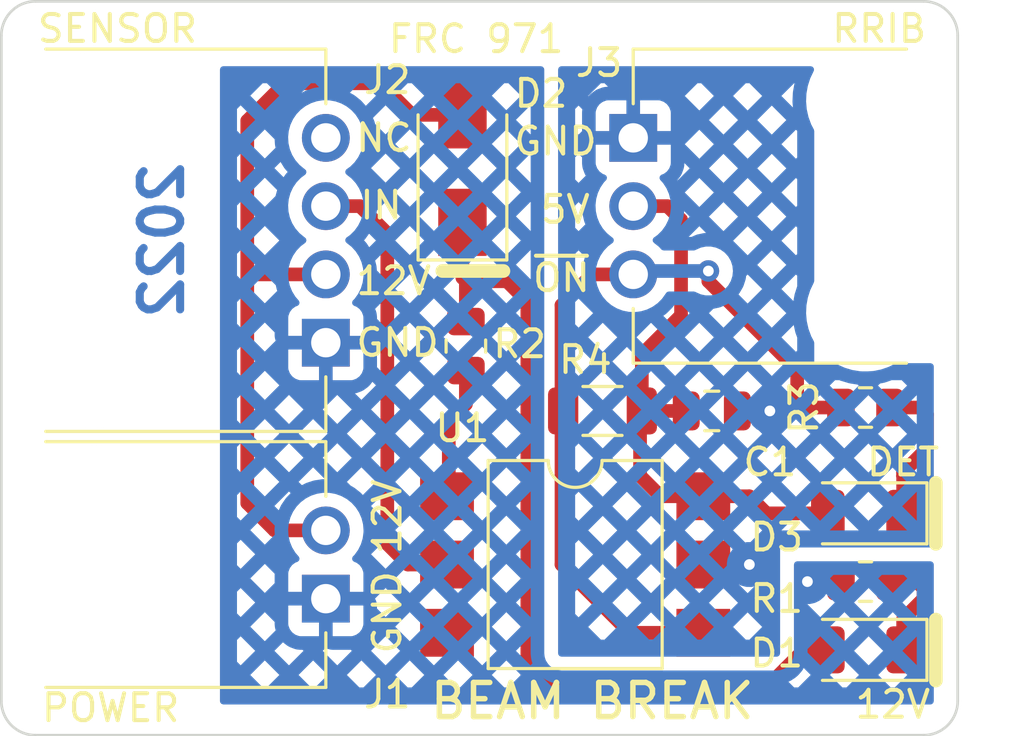
<source format=kicad_pcb>
(kicad_pcb (version 20211014) (generator pcbnew)
  (layers (0 "F.Cu" signal) (31 "B.Cu" signal) (34 "B.Paste" user) (35 "F.Paste" user) (36 "B.SilkS" user "B.Silkscreen") (37 "F.SilkS" user "F.Silkscreen") (38 "B.Mask" user) (39 "F.Mask" user) (44 "Edge.Cuts" user))
  (net 0 "")
  (net 1 "/5V0")
  (net 2 "GNDS")
  (net 3 "Net-(D1-Pad1)")
  (net 4 "/12V")
  (net 5 "/IN")
  (net 6 "Net-(R2-Pad1)")
  (net 7 "Net-(R2-Pad2)")
  (net 8 "Net-(D3-Pad1)")
  (net 9 "GND")
  (net 11 "/~{ON}")
  (footprint "beambreak:Molex-705550002" (layer "F.Cu") (at 131.064 90.805 90)
    (fp_text reference "J3" (at 7.874 -1.27 unlocked) (layer "F.SilkS"))
    (fp_text value "RRIB" (at 9.144 9.144 unlocked) (layer "F.SilkS"))
    (fp_line (start -3.302 0) (end -1.27 0) (layer "F.SilkS") (width 0.12))
    (fp_line (start 8.382 0) (end 6.35 0) (layer "F.SilkS") (width 0.12))
    (fp_line (start 8.382 0) (end 8.382 10.16) (layer "F.SilkS") (width 0.12))
    (fp_line (start -3.302 0) (end -3.302 10.16) (layer "F.SilkS") (width 0.12))
    (pad "" np_thru_hole circle (at 6.48 8.64 90) (size 3.4 3.4) (drill 3.4) (layers F&B.Cu *.Mask))
    (pad "" np_thru_hole circle (at -1.4 8.64 90) (size 3.4 3.4) (drill 3.4) (layers F&B.Cu *.Mask))
    (pad "1" thru_hole rect (at 5.08 0 90) (size 1.778 1.778) (drill 1.0922) (layers *.Cu *.Mask) (net 2 "GNDS"))
    (pad "2" thru_hole circle (at 2.54 0 90) (size 1.778 1.778) (drill 1.0922) (layers *.Cu *.Mask) (net 1 "/5V0"))
    (pad "3" thru_hole circle (at 0 0 90) (size 1.778 1.778) (drill 1.0922) (layers *.Cu *.Mask) (net 11 "/~{ON}"))
  )
  (footprint "LED_SMD:LED_1206_3216Metric" (layer "F.Cu") (at 139.7 99.695 180)
    (fp_text reference "D3" (at 3.302 -0.889) (layer "F.SilkS"))
    (fp_text value "DET" (at -1.397 1.905) (layer "F.SilkS"))
    (fp_line (start -2.285 1.135) (end 1.6 1.135) (layer "F.SilkS") (width 0.12))
    (fp_line (start -2.285 -1.135) (end -2.285 1.135) (layer "F.SilkS") (width 0.12))
    (fp_line (start 1.6 -1.135) (end -2.285 -1.135) (layer "F.SilkS") (width 0.12))
    (pad "1" smd roundrect (at -1.4 0 180) (size 1.25 1.75) (layers "F.Cu" "F.Paste" "F.Mask") (roundrect_rratio 0.2) (net 8 "Net-(D3-Pad1)"))
    (pad "2" smd roundrect (at 1.4 0 180) (size 1.25 1.75) (layers "F.Cu" "F.Paste" "F.Mask") (roundrect_rratio 0.2) (net 1 "/5V0"))
  )
  (footprint "Resistor_SMD:R_1206_3216Metric" (layer "F.Cu") (at 129.921 95.885)
    (fp_text reference "R4" (at -0.635 -1.905) (layer "F.SilkS"))
    (fp_text value "390R-1%-1206")
    (fp_line (start -0.727064 -0.91) (end 0.727064 -0.91) (layer "F.SilkS") (width 0.12))
    (fp_line (start -0.727064 0.91) (end 0.727064 0.91) (layer "F.SilkS") (width 0.12))
    (pad "1" smd roundrect (at -1.4625 0) (size 1.125 1.75) (layers "F.Cu" "F.Paste" "F.Mask") (roundrect_rratio 0.222222) (net 11 "/~{ON}"))
    (pad "2" smd roundrect (at 1.4625 0) (size 1.125 1.75) (layers "F.Cu" "F.Paste" "F.Mask") (roundrect_rratio 0.222222) (net 1 "/5V0"))
  )
  (footprint "LED_SMD:LED_1206_3216Metric" (layer "F.Cu") (at 139.7 104.775 180)
    (fp_text reference "D1" (at 3.302 -0.127) (layer "F.SilkS"))
    (fp_text value "12V" (at -1.016 -2.032) (layer "F.SilkS"))
    (fp_line (start 1.6 -1.135) (end -2.285 -1.135) (layer "F.SilkS") (width 0.12))
    (fp_line (start -2.285 -1.135) (end -2.285 1.135) (layer "F.SilkS") (width 0.12))
    (fp_line (start -2.285 1.135) (end 1.6 1.135) (layer "F.SilkS") (width 0.12))
    (pad "1" smd roundrect (at -1.4 0 180) (size 1.25 1.75) (layers "F.Cu" "F.Paste" "F.Mask") (roundrect_rratio 0.2) (net 3 "Net-(D1-Pad1)"))
    (pad "2" smd roundrect (at 1.4 0 180) (size 1.25 1.75) (layers "F.Cu" "F.Paste" "F.Mask") (roundrect_rratio 0.2) (net 6 "Net-(R2-Pad1)"))
  )
  (footprint "Capacitor_SMD:C_0805_2012Metric" (layer "F.Cu") (at 133.985 95.885)
    (fp_text reference "C1" (at 2.159 1.905) (layer "F.SilkS"))
    (fp_text value "0.1uF-25V-0805")
    (fp_line (start -0.261252 -0.735) (end 0.261252 -0.735) (layer "F.SilkS") (width 0.12))
    (fp_line (start -0.261252 0.735) (end 0.261252 0.735) (layer "F.SilkS") (width 0.12))
    (pad "1" smd roundrect (at -0.95 0) (size 1 1.45) (layers "F.Cu" "F.Paste" "F.Mask") (net 1 "/5V0"))
    (pad "2" smd roundrect (at 0.95 0) (size 1 1.45) (layers "F.Cu" "F.Paste" "F.Mask") (net 2 "GNDS"))
  )
  (footprint "beambreak:Molex-705550003" (layer "F.Cu") (at 119.634 88.265 -90)
    (fp_text reference "J2" (at -4.699 -2.286 unlocked) (layer "F.SilkS"))
    (fp_text value "SENSOR" (at -6.604 7.747 unlocked) (layer "F.SilkS"))
    (fp_line (start -5.842 0) (end -5.842 10.414) (layer "F.SilkS") (width 0.12))
    (fp_line (start -5.842 0) (end -3.81 0) (layer "F.SilkS") (width 0.12))
    (fp_line (start 8.382 0) (end 6.35 0) (layer "F.SilkS") (width 0.12))
    (fp_line (start 8.382 0) (end 8.382 10.414) (layer "F.SilkS") (width 0.12))
    (pad "" np_thru_hole circle (at -3.94 8.64 270) (size 3.4 3.4) (drill 3.4) (layers F&B.Cu *.Mask))
    (pad "" np_thru_hole circle (at 6.48 8.64 270) (size 3.4 3.4) (drill 3.4) (layers F&B.Cu *.Mask))
    (pad "1" thru_hole rect (at 5.08 0 270) (size 1.778 1.778) (drill 1.0922) (layers *.Cu *.Mask) (net 9 "GND"))
    (pad "2" thru_hole circle (at 2.54 0 270) (size 1.778 1.778) (drill 1.0922) (layers *.Cu *.Mask) (net 4 "/12V"))
    (pad "3" thru_hole circle (at 0 0 270) (size 1.778 1.778) (drill 1.0922) (layers *.Cu *.Mask) (net 5 "/IN"))
    (pad "4" thru_hole circle (at -2.54 0 270) (size 1.778 1.778) (drill 1.0922) (layers *.Cu *.Mask))
  )
  (footprint "Resistor_SMD:R_0805_2012Metric" (layer "F.Cu") (at 139.7 102.235)
    (fp_text reference "R1" (at -3.302 0.635) (layer "F.SilkS"))
    (fp_text value "2.0k-1%-0805")
    (fp_line (start -0.227064 -0.735) (end 0.227064 -0.735) (layer "F.SilkS") (width 0.12))
    (fp_line (start -0.227064 0.735) (end 0.227064 0.735) (layer "F.SilkS") (width 0.12))
    (pad "1" smd roundrect (at -0.9125 0) (size 1.025 1.4) (layers "F.Cu" "F.Paste" "F.Mask") (roundrect_rratio 0.243902) (net 9 "GND"))
    (pad "2" smd roundrect (at 0.9125 0) (size 1.025 1.4) (layers "F.Cu" "F.Paste" "F.Mask") (roundrect_rratio 0.243902) (net 3 "Net-(D1-Pad1)"))
  )
  (footprint "beambreak:Molex-705550001" (layer "F.Cu") (at 119.634 100.33 -90)
    (fp_text reference "J1" (at 6.096 -2.286 unlocked) (layer "F.SilkS"))
    (fp_text value "POWER" (at 6.604 8.001 unlocked) (layer "F.SilkS"))
    (fp_line (start -3.302 0) (end -1.27 0) (layer "F.SilkS") (width 0.12))
    (fp_line (start 5.842 0) (end 3.81 0) (layer "F.SilkS") (width 0.12))
    (fp_line (start 5.842 10.414) (end 5.842 0) (layer "F.SilkS") (width 0.12))
    (fp_line (start -3.302 10.414) (end -3.302 0) (layer "F.SilkS") (width 0.12))
    (pad "" np_thru_hole circle (at -1.4 8.64 270) (size 3.4 3.4) (drill 3.4) (layers F&B.Cu *.Mask))
    (pad "" np_thru_hole circle (at 3.94 8.64 270) (size 3.4 3.4) (drill 3.4) (layers F&B.Cu *.Mask))
    (pad "1" thru_hole rect (at 2.54 0 270) (size 1.778 1.778) (drill 1.0922) (layers *.Cu *.Mask) (net 9 "GND"))
    (pad "2" thru_hole circle (at 0 0 270) (size 1.778 1.778) (drill 1.0922) (layers *.Cu *.Mask) (net 4 "/12V"))
  )
  (footprint "Resistor_SMD:R_0805_2012Metric" (layer "F.Cu") (at 124.841 93.472 -90)
    (fp_text reference "R2" (at -0.079835 -1.999529 180) (layer "F.SilkS"))
    (fp_text value "2.0k-1%-0805")
    (fp_line (start -0.227064 -0.735) (end 0.227064 -0.735) (layer "F.SilkS") (width 0.12))
    (fp_line (start -0.227064 0.735) (end 0.227064 0.735) (layer "F.SilkS") (width 0.12))
    (pad "1" smd roundrect (at -0.9125 0 270) (size 1.025 1.4) (layers "F.Cu" "F.Paste" "F.Mask") (roundrect_rratio 0.243902) (net 6 "Net-(R2-Pad1)"))
    (pad "2" smd roundrect (at 0.9125 0 270) (size 1.025 1.4) (layers "F.Cu" "F.Paste" "F.Mask") (roundrect_rratio 0.243902) (net 7 "Net-(R2-Pad2)"))
  )
  (footprint "Package_DIP:SMDIP-6_W9.53mm" (layer "F.Cu") (at 128.905 101.6)
    (fp_text reference "U1" (at -4.191 -5.08) (layer "F.SilkS"))
    (fp_text value "H11L1SM")
    (fp_line (start -3.235 -3.87) (end -3.235 3.87) (layer "F.SilkS") (width 0.12))
    (fp_line (start -3.235 3.87) (end 3.235 3.87) (layer "F.SilkS") (width 0.12))
    (fp_line (start 3.235 -3.87) (end 1 -3.87) (layer "F.SilkS") (width 0.12))
    (fp_line (start -1 -3.87) (end -3.235 -3.87) (layer "F.SilkS") (width 0.12))
    (fp_line (start 3.235 3.87) (end 3.235 -3.87) (layer "F.SilkS") (width 0.12))
    (fp_arc (start 1 -3.87) (mid 0 -2.87) (end -1 -3.87) (layer "F.SilkS") (width 0.12))
    (pad "1" smd rect (at -4.765 -2.54) (size 2 1.78) (layers "F.Cu" "F.Paste" "F.Mask") (net 7 "Net-(R2-Pad2)"))
    (pad "2" smd rect (at -4.765 0) (size 2 1.78) (layers "F.Cu" "F.Paste" "F.Mask") (net 5 "/IN"))
    (pad "3" smd rect (at -4.765 2.54) (size 2 1.78) (layers "F.Cu" "F.Paste" "F.Mask"))
    (pad "4" smd rect (at 4.765 2.54) (size 2 1.78) (layers "F.Cu" "F.Paste" "F.Mask") (net 11 "/~{ON}"))
    (pad "5" smd rect (at 4.765 0) (size 2 1.78) (layers "F.Cu" "F.Paste" "F.Mask") (net 2 "GNDS"))
    (pad "6" smd rect (at 4.765 -2.54) (size 2 1.78) (layers "F.Cu" "F.Paste" "F.Mask") (net 1 "/5V0"))
  )
  (footprint "Diode_SMD:D_SMA" (layer "F.Cu") (at 124.714 86.868 90)
    (fp_text reference "D2" (at 2.794 2.921 180) (layer "F.SilkS"))
    (fp_text value "S1D")
    (fp_line (start -3.4 1.65) (end 2 1.65) (layer "F.SilkS") (width 0.12))
    (fp_line (start -3.4 -1.65) (end -3.4 1.65) (layer "F.SilkS") (width 0.12))
    (fp_line (start -3.4 -1.65) (end 2 -1.65) (layer "F.SilkS") (width 0.12))
    (pad "1" smd rect (at -2 0 90) (size 2.5 1.8) (layers "F.Cu" "F.Paste" "F.Mask") (net 6 "Net-(R2-Pad1)"))
    (pad "2" smd rect (at 2 0 90) (size 2.5 1.8) (layers "F.Cu" "F.Paste" "F.Mask") (net 4 "/12V"))
  )
  (footprint "Resistor_SMD:R_0805_2012Metric" (layer "F.Cu") (at 139.7 95.758)
    (fp_text reference "R3" (at -2.286 0 90) (layer "F.SilkS"))
    (fp_text value "1.0k-1%-0805")
    (fp_line (start -0.227064 -0.735) (end 0.227064 -0.735) (layer "F.SilkS") (width 0.12))
    (fp_line (start -0.227064 0.735) (end 0.227064 0.735) (layer "F.SilkS") (width 0.12))
    (pad "1" smd roundrect (at -0.9125 0) (size 1.025 1.4) (layers "F.Cu" "F.Paste" "F.Mask") (roundrect_rratio 0.243902) (net 11 "/~{ON}"))
    (pad "2" smd roundrect (at 0.9125 0) (size 1.025 1.4) (layers "F.Cu" "F.Paste" "F.Mask") (roundrect_rratio 0.243902) (net 8 "Net-(D3-Pad1)"))
  )
  (gr_line (start 142.3162 103.648) (end 142.3162 105.918) (layer "F.SilkS") (width 0.508))
  (gr_line (start 142.3162 98.56) (end 142.3162 100.83) (layer "F.SilkS") (width 0.508))
  (gr_line (start 123.968 90.678) (end 126.238 90.678) (layer "F.SilkS") (width 0.508))
  (gr_line (start 108.839 107.95) (end 141.859 107.95) (layer "Edge.Cuts") (width 0.1))
  (gr_arc (start 143.129 106.68) (mid 142.757026 107.578026) (end 141.859 107.95) (layer "Edge.Cuts") (width 0.1))
  (gr_arc (start 108.839 107.95) (mid 107.940974 107.578026) (end 107.569 106.68) (layer "Edge.Cuts") (width 0.1))
  (gr_arc (start 107.569 81.915) (mid 107.940974 81.016974) (end 108.839 80.645) (layer "Edge.Cuts") (width 0.1))
  (gr_line (start 143.129 106.68) (end 143.129 81.915) (layer "Edge.Cuts") (width 0.1))
  (gr_line (start 107.569 81.915) (end 107.569 106.68) (layer "Edge.Cuts") (width 0.1))
  (gr_line (start 141.859 80.645) (end 108.839 80.645) (layer "Edge.Cuts") (width 0.1))
  (gr_arc (start 141.859 80.645) (mid 142.757026 81.016974) (end 143.129 81.915) (layer "Edge.Cuts") (width 0.1))
  (gr_text "2022" (at 113.538 89.535 90) (layer "B.Cu") (effects (font (size 1.5 1.5) (thickness 0.3)) (justify mirror)))
  (gr_text "FRC 971" (at 125.222 82.042) (layer "F.SilkS") (effects (font (size 1 1))))
  (gr_text "~{ON}" (at 129.54 90.932) (layer "F.SilkS") (effects (font (size 1 1)) (justify right)))
  (gr_text "12V" (at 121.92 99.822 90) (layer "F.SilkS") (effects (font (size 1 1))))
  (gr_text "GND" (at 129.794 85.852) (layer "F.SilkS") (effects (font (size 1 1)) (justify right)))
  (gr_text "GND" (at 122.301 93.345) (layer "F.SilkS") (effects (font (size 1 1))))
  (gr_text "12V" (at 122.155323 91.047472) (layer "F.SilkS") (effects (font (size 1 1))))
  (gr_text "IN" (at 121.686481 88.23442) (layer "F.SilkS") (effects (font (size 1 1))))
  (gr_text "BEAM BREAK" (at 129.54 106.68) (layer "F.SilkS") (effects (font (size 1.27 1.27) (thickness 0.2032))))
  (gr_text "NC" (at 121.793 85.725) (layer "F.SilkS") (effects (font (size 1 1))))
  (gr_text "5V" (at 129.54 88.392) (layer "F.SilkS") (effects (font (size 1 1)) (justify right)))
  (gr_text "GND" (at 121.92 103.378 90) (layer "F.SilkS") (effects (font (size 1 1))))
  (segment (start 135.382 99.06) (end 136.017 99.695) (width 0.508) (layer "F.Cu") (net 1))
  (segment (start 132.334 88.265) (end 131.064 88.265) (width 0.508) (layer "F.Cu") (net 1))
  (segment (start 131.318 95.9505) (end 131.3835 95.885) (width 0.508) (layer "F.Cu") (net 1))
  (segment (start 133.67 99.06) (end 135.382 99.06) (width 0.508) (layer "F.Cu") (net 1))
  (segment (start 132.842 92.329) (end 132.842 88.773) (width 0.508) (layer "F.Cu") (net 1))
  (segment (start 131.318 98.298) (end 131.318 95.9505) (width 0.508) (layer "F.Cu") (net 1))
  (segment (start 133.67 99.06) (end 132.08 99.06) (width 0.508) (layer "F.Cu") (net 1))
  (segment (start 132.08 99.06) (end 131.318 98.298) (width 0.508) (layer "F.Cu") (net 1))
  (segment (start 133.035 95.885) (end 131.3835 95.885) (width 0.508) (layer "F.Cu") (net 1))
  (segment (start 131.3835 95.885) (end 131.3835 93.7875) (width 0.508) (layer "F.Cu") (net 1))
  (segment (start 131.3835 93.7875) (end 132.842 92.329) (width 0.508) (layer "F.Cu") (net 1))
  (segment (start 136.017 99.695) (end 138.3 99.695) (width 0.508) (layer "F.Cu") (net 1))
  (segment (start 132.842 88.773) (end 132.334 88.265) (width 0.508) (layer "F.Cu") (net 1))
  (segment (start 136.144 95.885) (end 134.935 95.885) (width 0.508) (layer "F.Cu") (net 2))
  (segment (start 133.67 101.6) (end 135.382 101.6) (width 0.508) (layer "F.Cu") (net 2))
  (via (at 136.144 95.885) (size 0.8) (drill 0.4) (layers "F.Cu" "B.Cu") (net 2))
  (via (at 135.382 101.6) (size 0.8) (drill 0.4) (layers "F.Cu" "B.Cu") (net 2))
  (segment (start 141.859 102.489) (end 141.605 102.235) (width 0.508) (layer "F.Cu") (net 3))
  (segment (start 141.1 104.775) (end 141.1 103.629) (width 0.508) (layer "F.Cu") (net 3))
  (segment (start 141.859 102.87) (end 141.859 102.489) (width 0.508) (layer "F.Cu") (net 3))
  (segment (start 141.605 102.235) (end 140.6125 102.235) (width 0.508) (layer "F.Cu") (net 3))
  (segment (start 141.1 103.629) (end 141.859 102.87) (width 0.508) (layer "F.Cu") (net 3))
  (segment (start 121.666 83.693) (end 118.11 83.693) (width 0.508) (layer "F.Cu") (net 4))
  (segment (start 116.713 90.932) (end 116.713 99.314) (width 0.508) (layer "F.Cu") (net 4))
  (segment (start 116.713 85.09) (end 116.713 90.932) (width 0.508) (layer "F.Cu") (net 4))
  (segment (start 117.729 100.33) (end 119.634 100.33) (width 0.508) (layer "F.Cu") (net 4))
  (segment (start 122.841 84.868) (end 121.666 83.693) (width 0.508) (layer "F.Cu") (net 4))
  (segment (start 116.84 90.805) (end 116.713 90.932) (width 0.508) (layer "F.Cu") (net 4))
  (segment (start 124.714 84.868) (end 122.841 84.868) (width 0.508) (layer "F.Cu") (net 4))
  (segment (start 118.11 83.693) (end 116.713 85.09) (width 0.508) (layer "F.Cu") (net 4))
  (segment (start 116.713 99.314) (end 117.729 100.33) (width 0.508) (layer "F.Cu") (net 4))
  (segment (start 119.634 90.805) (end 116.84 90.805) (width 0.508) (layer "F.Cu") (net 4))
  (segment (start 122.682 101.6) (end 121.92 100.838) (width 0.508) (layer "F.Cu") (net 5))
  (segment (start 121.92 89.281) (end 120.904 88.265) (width 0.508) (layer "F.Cu") (net 5))
  (segment (start 121.92 100.838) (end 121.92 89.281) (width 0.508) (layer "F.Cu") (net 5))
  (segment (start 120.904 88.265) (end 119.634 88.265) (width 0.508) (layer "F.Cu") (net 5))
  (segment (start 124.14 101.6) (end 122.682 101.6) (width 0.508) (layer "F.Cu") (net 5))
  (segment (start 124.714 90.932) (end 124.841 91.059) (width 0.508) (layer "F.Cu") (net 6))
  (segment (start 127.127 91.821) (end 126.365 91.059) (width 0.508) (layer "F.Cu") (net 6))
  (segment (start 127.127 105.664) (end 127.127 91.821) (width 0.508) (layer "F.Cu") (net 6))
  (segment (start 124.714 88.868) (end 124.714 90.932) (width 0.508) (layer "F.Cu") (net 6))
  (segment (start 126.365 91.059) (end 124.841 91.059) (width 0.508) (layer "F.Cu") (net 6))
  (segment (start 124.841 91.059) (end 124.841 92.5595) (width 0.508) (layer "F.Cu") (net 6))
  (segment (start 127.508 106.045) (end 127.127 105.664) (width 0.508) (layer "F.Cu") (net 6))
  (segment (start 138.3 104.775) (end 137.414 104.775) (width 0.508) (layer "F.Cu") (net 6))
  (segment (start 137.414 104.775) (end 136.144 106.045) (width 0.508) (layer "F.Cu") (net 6))
  (segment (start 136.144 106.045) (end 127.508 106.045) (width 0.508) (layer "F.Cu") (net 6))
  (segment (start 124.206 96.266) (end 124.206 98.994) (width 0.508) (layer "F.Cu") (net 7))
  (segment (start 124.206 98.994) (end 124.14 99.06) (width 0.508) (layer "F.Cu") (net 7))
  (segment (start 124.841 95.631) (end 124.206 96.266) (width 0.508) (layer "F.Cu") (net 7))
  (segment (start 124.841 94.3845) (end 124.841 95.631) (width 0.508) (layer "F.Cu") (net 7))
  (segment (start 141.1 98.301) (end 141.097 98.298) (width 0.508) (layer "F.Cu") (net 8))
  (segment (start 141.1 99.695) (end 141.1 98.301) (width 0.508) (layer "F.Cu") (net 8))
  (segment (start 141.097 98.298) (end 141.097 98.171) (width 0.508) (layer "F.Cu") (net 8))
  (segment (start 141.097 98.171) (end 141.986 97.282) (width 0.508) (layer "F.Cu") (net 8))
  (segment (start 141.732 95.758) (end 140.6125 95.758) (width 0.508) (layer "F.Cu") (net 8))
  (segment (start 141.986 97.282) (end 141.986 96.012) (width 0.508) (layer "F.Cu") (net 8))
  (segment (start 141.986 96.012) (end 141.732 95.758) (width 0.508) (layer "F.Cu") (net 8))
  (segment (start 137.541 102.235) (end 138.7875 102.235) (width 0.508) (layer "F.Cu") (net 9))
  (via (at 137.541 102.235) (size 0.8) (drill 0.4) (layers "F.Cu" "B.Cu") (net 9))
  (segment (start 137.16 95.758) (end 138.7875 95.758) (width 0.508) (layer "F.Cu") (net 11))
  (segment (start 133.858 91.059) (end 137.16 94.361) (width 0.508) (layer "F.Cu") (net 11))
  (segment (start 128.397 101.6) (end 128.397 91.948) (width 0.508) (layer "F.Cu") (net 11))
  (segment (start 133.67 104.14) (end 130.937 104.14) (width 0.508) (layer "F.Cu") (net 11))
  (segment (start 133.858 90.678) (end 133.858 91.059) (width 0.508) (layer "F.Cu") (net 11))
  (segment (start 130.937 104.14) (end 128.397 101.6) (width 0.508) (layer "F.Cu") (net 11))
  (segment (start 137.16 94.361) (end 137.16 95.758) (width 0.508) (layer "F.Cu") (net 11))
  (segment (start 129.54 90.805) (end 131.064 90.805) (width 0.508) (layer "F.Cu") (net 11))
  (segment (start 128.397 91.948) (end 129.54 90.805) (width 0.508) (layer "F.Cu") (net 11))
  (via (at 133.858 90.678) (size 0.8) (drill 0.4) (layers "F.Cu" "B.Cu") (net 11))
  (segment (start 131.191 90.678) (end 131.064 90.805) (width 0.508) (layer "B.Cu") (net 11))
  (segment (start 133.858 90.678) (end 131.191 90.678) (width 0.508) (layer "B.Cu") (net 11))
  (zone (net 2) (net_name "GNDS") (layer "B.Cu") (priority 1) (connect_pads (clearance 0.508)) (min_thickness 0.254) (fill yes (mode hatch) (thermal_gap 0.508) (thermal_bridge_width 0.508) (hatch_thickness 0.508) (hatch_gap 0.762) (hatch_orientation 45) (hatch_border_algorithm hatch_thickness) (hatch_min_hole_area 0.3))
    (polygon (pts (xy 137.795 94.107) (xy 142.24 94.107) (xy 142.24 100.965) (xy 136.525 100.965) (xy 136.525 105.029) (xy 128.27 105.029) (xy 128.27 83.058) (xy 137.795 83.058)))
  )
  (zone (net 9) (net_name "GND") (layer "B.Cu") (connect_pads (clearance 0.508)) (min_thickness 0.254) (fill yes (mode hatch) (thermal_gap 0.508) (thermal_bridge_width 0.508) (hatch_thickness 0.508) (hatch_gap 0.762) (hatch_orientation 45) (hatch_border_algorithm hatch_thickness) (hatch_min_hole_area 0.3))
    (polygon (pts (xy 128.27 105.029) (xy 136.525 105.029) (xy 136.525 100.965) (xy 142.24 100.965) (xy 142.24 106.807) (xy 115.697 106.807) (xy 115.697 83.058) (xy 128.27 83.058)))
  )
)
</source>
